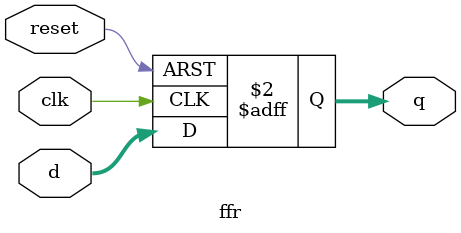
<source format=sv>
module ffr #(parameter M = 8) (input logic clk, reset, input logic [M-1:0] d, output logic [M-1:0] q);

	always_ff @(posedge clk, posedge reset)
		if (reset) q <= 0;
		else q <= d;
		
endmodule 
</source>
